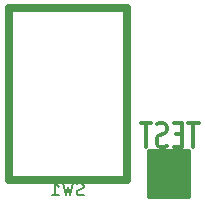
<source format=gbo>
G04 #@! TF.FileFunction,Legend,Bot*
%FSLAX46Y46*%
G04 Gerber Fmt 4.6, Leading zero omitted, Abs format (unit mm)*
G04 Created by KiCad (PCBNEW 4.0.1-stable) date 2/13/2016 8:52:59 PM*
%MOMM*%
G01*
G04 APERTURE LIST*
%ADD10C,0.150000*%
%ADD11C,0.304800*%
%ADD12C,0.381000*%
%ADD13C,0.650000*%
G04 APERTURE END LIST*
D10*
D11*
X18179143Y-11841238D02*
X17308286Y-11841238D01*
X17743715Y-13873238D02*
X17743715Y-11841238D01*
X16800286Y-12808857D02*
X16292286Y-12808857D01*
X16074572Y-13873238D02*
X16800286Y-13873238D01*
X16800286Y-11841238D01*
X16074572Y-11841238D01*
X15494000Y-13776476D02*
X15276286Y-13873238D01*
X14913429Y-13873238D01*
X14768286Y-13776476D01*
X14695715Y-13679714D01*
X14623143Y-13486190D01*
X14623143Y-13292667D01*
X14695715Y-13099143D01*
X14768286Y-13002381D01*
X14913429Y-12905619D01*
X15203715Y-12808857D01*
X15348857Y-12712095D01*
X15421429Y-12615333D01*
X15494000Y-12421810D01*
X15494000Y-12228286D01*
X15421429Y-12034762D01*
X15348857Y-11938000D01*
X15203715Y-11841238D01*
X14840857Y-11841238D01*
X14623143Y-11938000D01*
X14187714Y-11841238D02*
X13316857Y-11841238D01*
X13752286Y-13873238D02*
X13752286Y-11841238D01*
D12*
X16764000Y-17780000D02*
X16764000Y-16510000D01*
X16764000Y-14478000D02*
X16764000Y-17780000D01*
X16510000Y-14478000D02*
X16764000Y-14478000D01*
X16510000Y-18034000D02*
X16510000Y-14478000D01*
X17018000Y-18034000D02*
X16510000Y-18034000D01*
X17018000Y-14478000D02*
X17018000Y-18034000D01*
X16510000Y-14478000D02*
X17018000Y-14478000D01*
X16510000Y-18034000D02*
X16510000Y-14478000D01*
X16256000Y-18034000D02*
X16510000Y-18034000D01*
X16256000Y-17780000D02*
X16256000Y-18034000D01*
X16256000Y-14224000D02*
X16256000Y-17780000D01*
X16002000Y-14224000D02*
X16256000Y-14224000D01*
X16002000Y-18034000D02*
X16002000Y-14224000D01*
X15748000Y-18034000D02*
X16002000Y-18034000D01*
X15748000Y-14224000D02*
X15748000Y-18034000D01*
X16002000Y-14224000D02*
X15748000Y-14224000D01*
X15494000Y-14224000D02*
X16002000Y-14224000D01*
X15494000Y-18034000D02*
X15494000Y-14224000D01*
X15240000Y-18034000D02*
X15494000Y-18034000D01*
X15240000Y-14478000D02*
X15240000Y-18034000D01*
X14986000Y-14478000D02*
X15240000Y-14478000D01*
X14986000Y-18034000D02*
X14986000Y-14478000D01*
X14732000Y-18034000D02*
X14986000Y-18034000D01*
X14732000Y-14224000D02*
X14732000Y-18034000D01*
X13970000Y-18034000D02*
X13970000Y-14986000D01*
X17272000Y-18034000D02*
X13970000Y-18034000D01*
X17272000Y-14224000D02*
X17272000Y-18034000D01*
X13970000Y-14224000D02*
X17272000Y-14224000D01*
X13970000Y-17780000D02*
X13970000Y-14224000D01*
X14478000Y-17780000D02*
X13970000Y-17780000D01*
X14478000Y-14224000D02*
X14478000Y-17780000D01*
X14224000Y-14224000D02*
X14478000Y-14224000D01*
X14224000Y-17780000D02*
X14224000Y-14224000D01*
X13970000Y-17780000D02*
X14224000Y-17780000D01*
X13970000Y-14224000D02*
X13970000Y-17780000D01*
D13*
X2112000Y-16652000D02*
X2112000Y-2152000D01*
X2112000Y-2152000D02*
X12112000Y-2152000D01*
X12112000Y-2152000D02*
X12112000Y-16652000D01*
X2112000Y-16652000D02*
X12112000Y-16652000D01*
D10*
X8445333Y-17930762D02*
X8302476Y-17978381D01*
X8064380Y-17978381D01*
X7969142Y-17930762D01*
X7921523Y-17883143D01*
X7873904Y-17787905D01*
X7873904Y-17692667D01*
X7921523Y-17597429D01*
X7969142Y-17549810D01*
X8064380Y-17502190D01*
X8254857Y-17454571D01*
X8350095Y-17406952D01*
X8397714Y-17359333D01*
X8445333Y-17264095D01*
X8445333Y-17168857D01*
X8397714Y-17073619D01*
X8350095Y-17026000D01*
X8254857Y-16978381D01*
X8016761Y-16978381D01*
X7873904Y-17026000D01*
X7540571Y-16978381D02*
X7302476Y-17978381D01*
X7111999Y-17264095D01*
X6921523Y-17978381D01*
X6683428Y-16978381D01*
X5778666Y-17978381D02*
X6350095Y-17978381D01*
X6064381Y-17978381D02*
X6064381Y-16978381D01*
X6159619Y-17121238D01*
X6254857Y-17216476D01*
X6350095Y-17264095D01*
M02*

</source>
